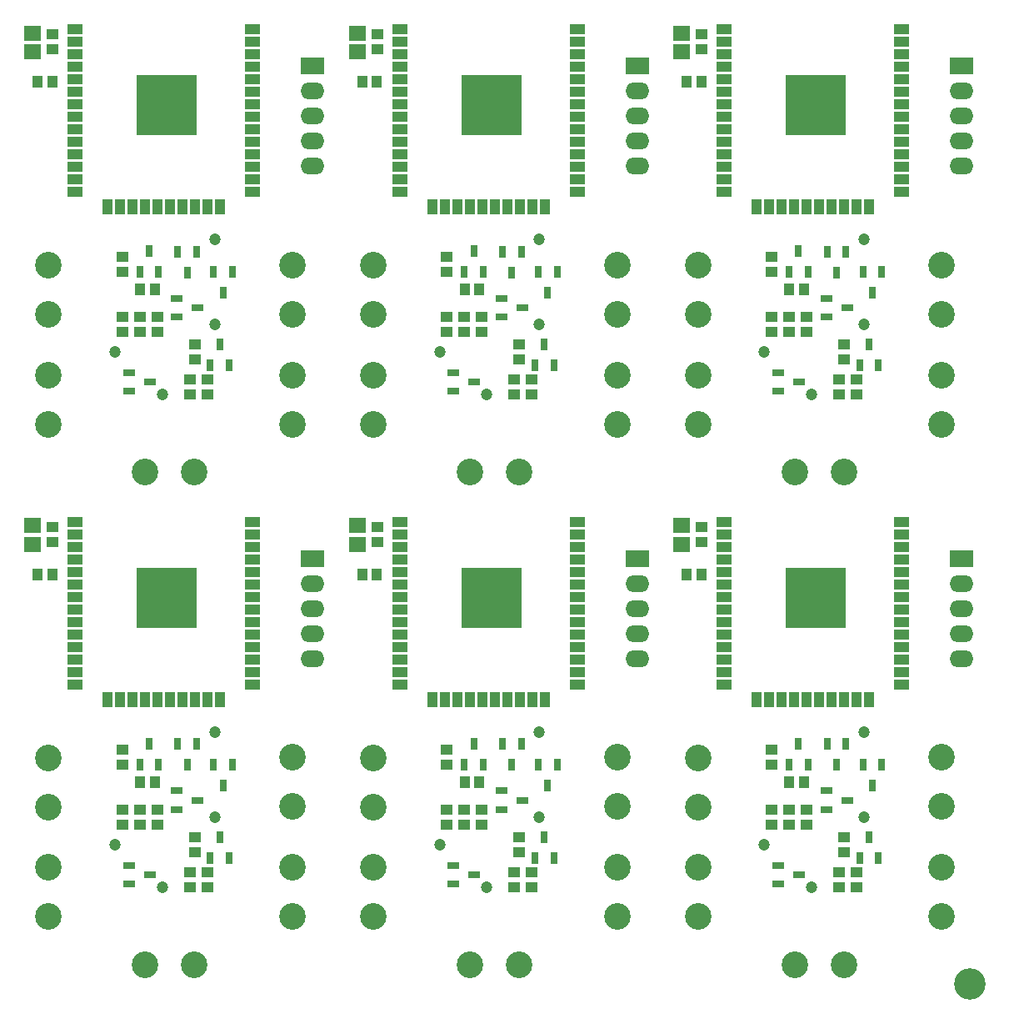
<source format=gts>
G04 #@! TF.GenerationSoftware,KiCad,Pcbnew,no-vcs-found-91ed3e2~59~ubuntu16.04.1*
G04 #@! TF.CreationDate,2017-08-21T18:57:55+02:00*
G04 #@! TF.ProjectId,ESP32-bat-monitor-latch-pan,45535033322D6261742D6D6F6E69746F,rev?*
G04 #@! TF.SameCoordinates,Original*
G04 #@! TF.FileFunction,Soldermask,Top*
G04 #@! TF.FilePolarity,Negative*
%FSLAX46Y46*%
G04 Gerber Fmt 4.6, Leading zero omitted, Abs format (unit mm)*
G04 Created by KiCad (PCBNEW no-vcs-found-91ed3e2~59~ubuntu16.04.1) date Mon Aug 21 18:57:55 2017*
%MOMM*%
%LPD*%
G01*
G04 APERTURE LIST*
%ADD10C,1.000000*%
%ADD11R,1.550000X1.100000*%
%ADD12R,1.100000X1.550000*%
%ADD13R,6.200000X6.200000*%
%ADD14C,2.700000*%
%ADD15R,1.099160X1.200760*%
%ADD16O,2.399640X1.724000*%
%ADD17R,2.399640X1.724000*%
%ADD18R,1.200760X1.099160*%
%ADD19R,1.698600X1.500480*%
%ADD20R,0.799440X1.200760*%
%ADD21C,1.200760*%
%ADD22R,1.200760X0.799440*%
%ADD23C,3.199740*%
%ADD24C,0.949300*%
G04 APERTURE END LIST*
D10*
X71392000Y-96800000D03*
X71392000Y-97800000D03*
X71392000Y-98800000D03*
X71392000Y-99800000D03*
X71392000Y-100800000D03*
X69392000Y-96800000D03*
X69392000Y-97800000D03*
X69392000Y-98800000D03*
X69392000Y-99800000D03*
X69392000Y-100800000D03*
X70392000Y-100800000D03*
X70392000Y-99800000D03*
X70392000Y-98800000D03*
X70392000Y-97800000D03*
X70392000Y-96800000D03*
X68392000Y-96800000D03*
X68392000Y-97800000D03*
X68392000Y-98800000D03*
X68392000Y-99800000D03*
X68392000Y-100800000D03*
X67392000Y-100800000D03*
X67392000Y-99800000D03*
X67392000Y-98800000D03*
X67392000Y-97800000D03*
D11*
X78122000Y-91090000D03*
X78122000Y-92360000D03*
X78122000Y-93630000D03*
X78122000Y-94900000D03*
X78122000Y-96170000D03*
X78122000Y-97440000D03*
X78122000Y-98710000D03*
X78122000Y-99980000D03*
X78122000Y-101250000D03*
X78122000Y-102520000D03*
X78122000Y-103790000D03*
X78122000Y-105060000D03*
X78122000Y-106330000D03*
X78122000Y-107600000D03*
D12*
X74822000Y-109100000D03*
X73552000Y-109100000D03*
X72282000Y-109100000D03*
X71012000Y-109100000D03*
X69742000Y-109100000D03*
X68472000Y-109100000D03*
X67202000Y-109100000D03*
X65932000Y-109100000D03*
X64662000Y-109100000D03*
X63392000Y-109100000D03*
D11*
X60092000Y-107600000D03*
X60092000Y-106330000D03*
X60092000Y-105060000D03*
X60092000Y-103790000D03*
X60092000Y-102520000D03*
X60092000Y-101250000D03*
X60092000Y-99980000D03*
X60092000Y-98710000D03*
X60092000Y-97440000D03*
X60092000Y-96170000D03*
X60092000Y-94900000D03*
X60092000Y-93630000D03*
X60092000Y-92360000D03*
X60092000Y-91090000D03*
D13*
X69392000Y-98800000D03*
D10*
X67392000Y-96800000D03*
D14*
X72240000Y-186048000D03*
X67240000Y-186048000D03*
D10*
X71392000Y-146800000D03*
X71392000Y-147800000D03*
X71392000Y-148800000D03*
X71392000Y-149800000D03*
X71392000Y-150800000D03*
X69392000Y-146800000D03*
X69392000Y-147800000D03*
X69392000Y-148800000D03*
X69392000Y-149800000D03*
X69392000Y-150800000D03*
X70392000Y-150800000D03*
X70392000Y-149800000D03*
X70392000Y-148800000D03*
X70392000Y-147800000D03*
X70392000Y-146800000D03*
X68392000Y-146800000D03*
X68392000Y-147800000D03*
X68392000Y-148800000D03*
X68392000Y-149800000D03*
X68392000Y-150800000D03*
X67392000Y-150800000D03*
X67392000Y-149800000D03*
X67392000Y-148800000D03*
X67392000Y-147800000D03*
D11*
X78122000Y-141090000D03*
X78122000Y-142360000D03*
X78122000Y-143630000D03*
X78122000Y-144900000D03*
X78122000Y-146170000D03*
X78122000Y-147440000D03*
X78122000Y-148710000D03*
X78122000Y-149980000D03*
X78122000Y-151250000D03*
X78122000Y-152520000D03*
X78122000Y-153790000D03*
X78122000Y-155060000D03*
X78122000Y-156330000D03*
X78122000Y-157600000D03*
D12*
X74822000Y-159100000D03*
X73552000Y-159100000D03*
X72282000Y-159100000D03*
X71012000Y-159100000D03*
X69742000Y-159100000D03*
X68472000Y-159100000D03*
X67202000Y-159100000D03*
X65932000Y-159100000D03*
X64662000Y-159100000D03*
X63392000Y-159100000D03*
D11*
X60092000Y-157600000D03*
X60092000Y-156330000D03*
X60092000Y-155060000D03*
X60092000Y-153790000D03*
X60092000Y-152520000D03*
X60092000Y-151250000D03*
X60092000Y-149980000D03*
X60092000Y-148710000D03*
X60092000Y-147440000D03*
X60092000Y-146170000D03*
X60092000Y-144900000D03*
X60092000Y-143630000D03*
X60092000Y-142360000D03*
X60092000Y-141090000D03*
D13*
X69392000Y-148800000D03*
D10*
X67392000Y-146800000D03*
D15*
X57781680Y-146424000D03*
X56278000Y-146424000D03*
D16*
X84218000Y-154958000D03*
X84218000Y-152418000D03*
X84218000Y-149878000D03*
X84218000Y-147338000D03*
D17*
X84218000Y-144798000D03*
D18*
X57802000Y-143122000D03*
X57802000Y-141618320D03*
D19*
X55770000Y-143376000D03*
X55770000Y-141471000D03*
D20*
X74185000Y-165728000D03*
X75137500Y-167841280D03*
X76090000Y-165728000D03*
D21*
X74296000Y-171062000D03*
X74296000Y-162426000D03*
X68962000Y-178174000D03*
X64152000Y-173856000D03*
D18*
X64898000Y-165717840D03*
X64898000Y-164214160D03*
D20*
X68581000Y-165728000D03*
X67628500Y-163614720D03*
X66676000Y-165728000D03*
D15*
X66686160Y-167506000D03*
X68189840Y-167506000D03*
D18*
X71756000Y-176660160D03*
X71756000Y-178163840D03*
X72264000Y-174607840D03*
X72264000Y-173104160D03*
X68454000Y-170320320D03*
X68454000Y-171824000D03*
X66676000Y-171813840D03*
X66676000Y-170310160D03*
D20*
X72454500Y-163655360D03*
X71502000Y-165768640D03*
X70549500Y-163655360D03*
X73851500Y-175207280D03*
X74804000Y-173094000D03*
X75756500Y-175207280D03*
D22*
X70445360Y-170300000D03*
X72558640Y-169347500D03*
X70445360Y-168395000D03*
X65578720Y-177856500D03*
X67692000Y-176904000D03*
X65578720Y-175951500D03*
D14*
X82186000Y-181174000D03*
X82186000Y-176174000D03*
X82186000Y-165006000D03*
X82186000Y-170006000D03*
X57400000Y-181182000D03*
X57400000Y-176182000D03*
X57400000Y-165037000D03*
X57400000Y-170037000D03*
D18*
X73534000Y-176660160D03*
X73534000Y-178163840D03*
X64898000Y-171813840D03*
X64898000Y-170310160D03*
D10*
X104392000Y-96800000D03*
X104392000Y-97800000D03*
X104392000Y-98800000D03*
X104392000Y-99800000D03*
X104392000Y-100800000D03*
X102392000Y-96800000D03*
X102392000Y-97800000D03*
X102392000Y-98800000D03*
X102392000Y-99800000D03*
X102392000Y-100800000D03*
X103392000Y-100800000D03*
X103392000Y-99800000D03*
X103392000Y-98800000D03*
X103392000Y-97800000D03*
X103392000Y-96800000D03*
X101392000Y-96800000D03*
X101392000Y-97800000D03*
X101392000Y-98800000D03*
X101392000Y-99800000D03*
X101392000Y-100800000D03*
X100392000Y-100800000D03*
X100392000Y-99800000D03*
X100392000Y-98800000D03*
X100392000Y-97800000D03*
D11*
X111122000Y-91090000D03*
X111122000Y-92360000D03*
X111122000Y-93630000D03*
X111122000Y-94900000D03*
X111122000Y-96170000D03*
X111122000Y-97440000D03*
X111122000Y-98710000D03*
X111122000Y-99980000D03*
X111122000Y-101250000D03*
X111122000Y-102520000D03*
X111122000Y-103790000D03*
X111122000Y-105060000D03*
X111122000Y-106330000D03*
X111122000Y-107600000D03*
D12*
X107822000Y-109100000D03*
X106552000Y-109100000D03*
X105282000Y-109100000D03*
X104012000Y-109100000D03*
X102742000Y-109100000D03*
X101472000Y-109100000D03*
X100202000Y-109100000D03*
X98932000Y-109100000D03*
X97662000Y-109100000D03*
X96392000Y-109100000D03*
D11*
X93092000Y-107600000D03*
X93092000Y-106330000D03*
X93092000Y-105060000D03*
X93092000Y-103790000D03*
X93092000Y-102520000D03*
X93092000Y-101250000D03*
X93092000Y-99980000D03*
X93092000Y-98710000D03*
X93092000Y-97440000D03*
X93092000Y-96170000D03*
X93092000Y-94900000D03*
X93092000Y-93630000D03*
X93092000Y-92360000D03*
X93092000Y-91090000D03*
D13*
X102392000Y-98800000D03*
D10*
X100392000Y-96800000D03*
D15*
X90781680Y-96424000D03*
X89278000Y-96424000D03*
D16*
X117218000Y-104958000D03*
X117218000Y-102418000D03*
X117218000Y-99878000D03*
X117218000Y-97338000D03*
D17*
X117218000Y-94798000D03*
D18*
X90802000Y-93122000D03*
X90802000Y-91618320D03*
D19*
X88770000Y-93376000D03*
X88770000Y-91471000D03*
D20*
X107185000Y-115728000D03*
X108137500Y-117841280D03*
X109090000Y-115728000D03*
D21*
X107296000Y-121062000D03*
X107296000Y-112426000D03*
X101962000Y-128174000D03*
X97152000Y-123856000D03*
D14*
X105240000Y-136048000D03*
X100240000Y-136048000D03*
D18*
X97898000Y-115717840D03*
X97898000Y-114214160D03*
D20*
X101581000Y-115728000D03*
X100628500Y-113614720D03*
X99676000Y-115728000D03*
D15*
X99686160Y-117506000D03*
X101189840Y-117506000D03*
D18*
X104756000Y-126660160D03*
X104756000Y-128163840D03*
X105264000Y-124607840D03*
X105264000Y-123104160D03*
X101454000Y-120320320D03*
X101454000Y-121824000D03*
X99676000Y-121813840D03*
X99676000Y-120310160D03*
D20*
X105454500Y-113655360D03*
X104502000Y-115768640D03*
X103549500Y-113655360D03*
X106851500Y-125207280D03*
X107804000Y-123094000D03*
X108756500Y-125207280D03*
D22*
X103445360Y-120300000D03*
X105558640Y-119347500D03*
X103445360Y-118395000D03*
X98578720Y-127856500D03*
X100692000Y-126904000D03*
X98578720Y-125951500D03*
D14*
X115186000Y-131174000D03*
X115186000Y-126174000D03*
X115186000Y-115006000D03*
X115186000Y-120006000D03*
X90400000Y-131182000D03*
X90400000Y-126182000D03*
X90400000Y-115037000D03*
X90400000Y-120037000D03*
D18*
X106534000Y-126660160D03*
X106534000Y-128163840D03*
X97898000Y-121813840D03*
X97898000Y-120310160D03*
D15*
X57781680Y-96424000D03*
X56278000Y-96424000D03*
D16*
X84218000Y-104958000D03*
X84218000Y-102418000D03*
X84218000Y-99878000D03*
X84218000Y-97338000D03*
D17*
X84218000Y-94798000D03*
D18*
X57802000Y-93122000D03*
X57802000Y-91618320D03*
D19*
X55770000Y-93376000D03*
X55770000Y-91471000D03*
D20*
X74185000Y-115728000D03*
X75137500Y-117841280D03*
X76090000Y-115728000D03*
D21*
X74296000Y-121062000D03*
X74296000Y-112426000D03*
X68962000Y-128174000D03*
X64152000Y-123856000D03*
D14*
X72240000Y-136048000D03*
X67240000Y-136048000D03*
D18*
X64898000Y-115717840D03*
X64898000Y-114214160D03*
D20*
X68581000Y-115728000D03*
X67628500Y-113614720D03*
X66676000Y-115728000D03*
D15*
X66686160Y-117506000D03*
X68189840Y-117506000D03*
D18*
X71756000Y-126660160D03*
X71756000Y-128163840D03*
X72264000Y-124607840D03*
X72264000Y-123104160D03*
X68454000Y-120320320D03*
X68454000Y-121824000D03*
X66676000Y-121813840D03*
X66676000Y-120310160D03*
D20*
X72454500Y-113655360D03*
X71502000Y-115768640D03*
X70549500Y-113655360D03*
X73851500Y-125207280D03*
X74804000Y-123094000D03*
X75756500Y-125207280D03*
D22*
X70445360Y-120300000D03*
X72558640Y-119347500D03*
X70445360Y-118395000D03*
X65578720Y-127856500D03*
X67692000Y-126904000D03*
X65578720Y-125951500D03*
D14*
X82186000Y-131174000D03*
X82186000Y-126174000D03*
X82186000Y-115006000D03*
X82186000Y-120006000D03*
X57400000Y-131182000D03*
X57400000Y-126182000D03*
X57400000Y-115037000D03*
X57400000Y-120037000D03*
D18*
X73534000Y-126660160D03*
X73534000Y-128163840D03*
X64898000Y-121813840D03*
X64898000Y-120310160D03*
D10*
X38392000Y-96800000D03*
X38392000Y-97800000D03*
X38392000Y-98800000D03*
X38392000Y-99800000D03*
X38392000Y-100800000D03*
X36392000Y-96800000D03*
X36392000Y-97800000D03*
X36392000Y-98800000D03*
X36392000Y-99800000D03*
X36392000Y-100800000D03*
X37392000Y-100800000D03*
X37392000Y-99800000D03*
X37392000Y-98800000D03*
X37392000Y-97800000D03*
X37392000Y-96800000D03*
X35392000Y-96800000D03*
X35392000Y-97800000D03*
X35392000Y-98800000D03*
X35392000Y-99800000D03*
X35392000Y-100800000D03*
X34392000Y-100800000D03*
X34392000Y-99800000D03*
X34392000Y-98800000D03*
X34392000Y-97800000D03*
D11*
X45122000Y-91090000D03*
X45122000Y-92360000D03*
X45122000Y-93630000D03*
X45122000Y-94900000D03*
X45122000Y-96170000D03*
X45122000Y-97440000D03*
X45122000Y-98710000D03*
X45122000Y-99980000D03*
X45122000Y-101250000D03*
X45122000Y-102520000D03*
X45122000Y-103790000D03*
X45122000Y-105060000D03*
X45122000Y-106330000D03*
X45122000Y-107600000D03*
D12*
X41822000Y-109100000D03*
X40552000Y-109100000D03*
X39282000Y-109100000D03*
X38012000Y-109100000D03*
X36742000Y-109100000D03*
X35472000Y-109100000D03*
X34202000Y-109100000D03*
X32932000Y-109100000D03*
X31662000Y-109100000D03*
X30392000Y-109100000D03*
D11*
X27092000Y-107600000D03*
X27092000Y-106330000D03*
X27092000Y-105060000D03*
X27092000Y-103790000D03*
X27092000Y-102520000D03*
X27092000Y-101250000D03*
X27092000Y-99980000D03*
X27092000Y-98710000D03*
X27092000Y-97440000D03*
X27092000Y-96170000D03*
X27092000Y-94900000D03*
X27092000Y-93630000D03*
X27092000Y-92360000D03*
X27092000Y-91090000D03*
D13*
X36392000Y-98800000D03*
D10*
X34392000Y-96800000D03*
D15*
X24781680Y-96424000D03*
X23278000Y-96424000D03*
D16*
X51218000Y-104958000D03*
X51218000Y-102418000D03*
X51218000Y-99878000D03*
X51218000Y-97338000D03*
D17*
X51218000Y-94798000D03*
D18*
X24802000Y-93122000D03*
X24802000Y-91618320D03*
D19*
X22770000Y-93376000D03*
X22770000Y-91471000D03*
D20*
X41185000Y-115728000D03*
X42137500Y-117841280D03*
X43090000Y-115728000D03*
D21*
X41296000Y-121062000D03*
X41296000Y-112426000D03*
X35962000Y-128174000D03*
X31152000Y-123856000D03*
D14*
X39240000Y-136048000D03*
X34240000Y-136048000D03*
D18*
X31898000Y-115717840D03*
X31898000Y-114214160D03*
D20*
X35581000Y-115728000D03*
X34628500Y-113614720D03*
X33676000Y-115728000D03*
D15*
X33686160Y-117506000D03*
X35189840Y-117506000D03*
D18*
X38756000Y-126660160D03*
X38756000Y-128163840D03*
X39264000Y-124607840D03*
X39264000Y-123104160D03*
X35454000Y-120320320D03*
X35454000Y-121824000D03*
X33676000Y-121813840D03*
X33676000Y-120310160D03*
D20*
X39454500Y-113655360D03*
X38502000Y-115768640D03*
X37549500Y-113655360D03*
X40851500Y-125207280D03*
X41804000Y-123094000D03*
X42756500Y-125207280D03*
D22*
X37445360Y-120300000D03*
X39558640Y-119347500D03*
X37445360Y-118395000D03*
X32578720Y-127856500D03*
X34692000Y-126904000D03*
X32578720Y-125951500D03*
D14*
X49186000Y-131174000D03*
X49186000Y-126174000D03*
X49186000Y-115006000D03*
X49186000Y-120006000D03*
X24400000Y-131182000D03*
X24400000Y-126182000D03*
X24400000Y-115037000D03*
X24400000Y-120037000D03*
D18*
X40534000Y-126660160D03*
X40534000Y-128163840D03*
X31898000Y-121813840D03*
X31898000Y-120310160D03*
D10*
X38392000Y-146800000D03*
X38392000Y-147800000D03*
X38392000Y-148800000D03*
X38392000Y-149800000D03*
X38392000Y-150800000D03*
X36392000Y-146800000D03*
X36392000Y-147800000D03*
X36392000Y-148800000D03*
X36392000Y-149800000D03*
X36392000Y-150800000D03*
X37392000Y-150800000D03*
X37392000Y-149800000D03*
X37392000Y-148800000D03*
X37392000Y-147800000D03*
X37392000Y-146800000D03*
X35392000Y-146800000D03*
X35392000Y-147800000D03*
X35392000Y-148800000D03*
X35392000Y-149800000D03*
X35392000Y-150800000D03*
X34392000Y-150800000D03*
X34392000Y-149800000D03*
X34392000Y-148800000D03*
X34392000Y-147800000D03*
D11*
X45122000Y-141090000D03*
X45122000Y-142360000D03*
X45122000Y-143630000D03*
X45122000Y-144900000D03*
X45122000Y-146170000D03*
X45122000Y-147440000D03*
X45122000Y-148710000D03*
X45122000Y-149980000D03*
X45122000Y-151250000D03*
X45122000Y-152520000D03*
X45122000Y-153790000D03*
X45122000Y-155060000D03*
X45122000Y-156330000D03*
X45122000Y-157600000D03*
D12*
X41822000Y-159100000D03*
X40552000Y-159100000D03*
X39282000Y-159100000D03*
X38012000Y-159100000D03*
X36742000Y-159100000D03*
X35472000Y-159100000D03*
X34202000Y-159100000D03*
X32932000Y-159100000D03*
X31662000Y-159100000D03*
X30392000Y-159100000D03*
D11*
X27092000Y-157600000D03*
X27092000Y-156330000D03*
X27092000Y-155060000D03*
X27092000Y-153790000D03*
X27092000Y-152520000D03*
X27092000Y-151250000D03*
X27092000Y-149980000D03*
X27092000Y-148710000D03*
X27092000Y-147440000D03*
X27092000Y-146170000D03*
X27092000Y-144900000D03*
X27092000Y-143630000D03*
X27092000Y-142360000D03*
X27092000Y-141090000D03*
D13*
X36392000Y-148800000D03*
D10*
X34392000Y-146800000D03*
D15*
X24781680Y-146424000D03*
X23278000Y-146424000D03*
D16*
X51218000Y-154958000D03*
X51218000Y-152418000D03*
X51218000Y-149878000D03*
X51218000Y-147338000D03*
D17*
X51218000Y-144798000D03*
D18*
X24802000Y-143122000D03*
X24802000Y-141618320D03*
D19*
X22770000Y-143376000D03*
X22770000Y-141471000D03*
D20*
X41185000Y-165728000D03*
X42137500Y-167841280D03*
X43090000Y-165728000D03*
D21*
X41296000Y-171062000D03*
X41296000Y-162426000D03*
X35962000Y-178174000D03*
X31152000Y-173856000D03*
D14*
X39240000Y-186048000D03*
X34240000Y-186048000D03*
D18*
X31898000Y-165717840D03*
X31898000Y-164214160D03*
D20*
X35581000Y-165728000D03*
X34628500Y-163614720D03*
X33676000Y-165728000D03*
D15*
X33686160Y-167506000D03*
X35189840Y-167506000D03*
D18*
X38756000Y-176660160D03*
X38756000Y-178163840D03*
X39264000Y-174607840D03*
X39264000Y-173104160D03*
X35454000Y-170320320D03*
X35454000Y-171824000D03*
X33676000Y-171813840D03*
X33676000Y-170310160D03*
D20*
X39454500Y-163655360D03*
X38502000Y-165768640D03*
X37549500Y-163655360D03*
X40851500Y-175207280D03*
X41804000Y-173094000D03*
X42756500Y-175207280D03*
D22*
X37445360Y-170300000D03*
X39558640Y-169347500D03*
X37445360Y-168395000D03*
X32578720Y-177856500D03*
X34692000Y-176904000D03*
X32578720Y-175951500D03*
D14*
X49186000Y-181174000D03*
X49186000Y-176174000D03*
X49186000Y-165006000D03*
X49186000Y-170006000D03*
X24400000Y-181182000D03*
X24400000Y-176182000D03*
X24400000Y-165037000D03*
X24400000Y-170037000D03*
D18*
X40534000Y-176660160D03*
X40534000Y-178163840D03*
X31898000Y-171813840D03*
X31898000Y-170310160D03*
D23*
X118000000Y-188000000D03*
D24*
X118000000Y-188000000D03*
D18*
X97898000Y-170310160D03*
X97898000Y-171813840D03*
X106534000Y-178163840D03*
X106534000Y-176660160D03*
D14*
X90400000Y-170037000D03*
X90400000Y-165037000D03*
X90400000Y-176182000D03*
X90400000Y-181182000D03*
X115186000Y-170006000D03*
X115186000Y-165006000D03*
X115186000Y-176174000D03*
X115186000Y-181174000D03*
D22*
X98578720Y-175951500D03*
X100692000Y-176904000D03*
X98578720Y-177856500D03*
X103445360Y-168395000D03*
X105558640Y-169347500D03*
X103445360Y-170300000D03*
D20*
X108756500Y-175207280D03*
X107804000Y-173094000D03*
X106851500Y-175207280D03*
X103549500Y-163655360D03*
X104502000Y-165768640D03*
X105454500Y-163655360D03*
D18*
X99676000Y-170310160D03*
X99676000Y-171813840D03*
X101454000Y-171824000D03*
X101454000Y-170320320D03*
X105264000Y-173104160D03*
X105264000Y-174607840D03*
X104756000Y-178163840D03*
X104756000Y-176660160D03*
D15*
X101189840Y-167506000D03*
X99686160Y-167506000D03*
D20*
X99676000Y-165728000D03*
X100628500Y-163614720D03*
X101581000Y-165728000D03*
D18*
X97898000Y-164214160D03*
X97898000Y-165717840D03*
D14*
X100240000Y-186048000D03*
X105240000Y-186048000D03*
D21*
X97152000Y-173856000D03*
X101962000Y-178174000D03*
X107296000Y-162426000D03*
X107296000Y-171062000D03*
D20*
X109090000Y-165728000D03*
X108137500Y-167841280D03*
X107185000Y-165728000D03*
D19*
X88770000Y-141471000D03*
X88770000Y-143376000D03*
D18*
X90802000Y-141618320D03*
X90802000Y-143122000D03*
D17*
X117218000Y-144798000D03*
D16*
X117218000Y-147338000D03*
X117218000Y-149878000D03*
X117218000Y-152418000D03*
X117218000Y-154958000D03*
D15*
X89278000Y-146424000D03*
X90781680Y-146424000D03*
D10*
X100392000Y-146800000D03*
D13*
X102392000Y-148800000D03*
D11*
X93092000Y-141090000D03*
X93092000Y-142360000D03*
X93092000Y-143630000D03*
X93092000Y-144900000D03*
X93092000Y-146170000D03*
X93092000Y-147440000D03*
X93092000Y-148710000D03*
X93092000Y-149980000D03*
X93092000Y-151250000D03*
X93092000Y-152520000D03*
X93092000Y-153790000D03*
X93092000Y-155060000D03*
X93092000Y-156330000D03*
X93092000Y-157600000D03*
D12*
X96392000Y-159100000D03*
X97662000Y-159100000D03*
X98932000Y-159100000D03*
X100202000Y-159100000D03*
X101472000Y-159100000D03*
X102742000Y-159100000D03*
X104012000Y-159100000D03*
X105282000Y-159100000D03*
X106552000Y-159100000D03*
X107822000Y-159100000D03*
D11*
X111122000Y-157600000D03*
X111122000Y-156330000D03*
X111122000Y-155060000D03*
X111122000Y-153790000D03*
X111122000Y-152520000D03*
X111122000Y-151250000D03*
X111122000Y-149980000D03*
X111122000Y-148710000D03*
X111122000Y-147440000D03*
X111122000Y-146170000D03*
X111122000Y-144900000D03*
X111122000Y-143630000D03*
X111122000Y-142360000D03*
X111122000Y-141090000D03*
D10*
X100392000Y-147800000D03*
X100392000Y-148800000D03*
X100392000Y-149800000D03*
X100392000Y-150800000D03*
X101392000Y-150800000D03*
X101392000Y-149800000D03*
X101392000Y-148800000D03*
X101392000Y-147800000D03*
X101392000Y-146800000D03*
X103392000Y-146800000D03*
X103392000Y-147800000D03*
X103392000Y-148800000D03*
X103392000Y-149800000D03*
X103392000Y-150800000D03*
X102392000Y-150800000D03*
X102392000Y-149800000D03*
X102392000Y-148800000D03*
X102392000Y-147800000D03*
X102392000Y-146800000D03*
X104392000Y-150800000D03*
X104392000Y-149800000D03*
X104392000Y-148800000D03*
X104392000Y-147800000D03*
X104392000Y-146800000D03*
M02*

</source>
